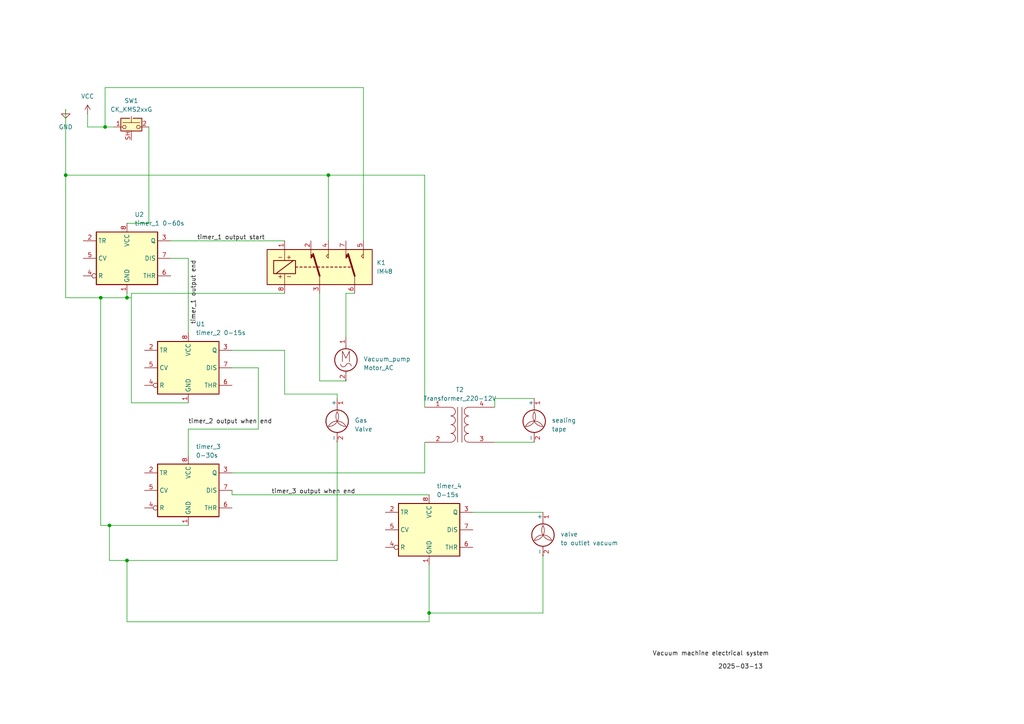
<source format=kicad_sch>
(kicad_sch (version 20231120) (generator "eeschema") (generator_version "8.0")
  (paper "A4")
  (lib_symbols
    (symbol "Device:Transformer_1P_1S" (pin_names (offset 1.016) hide)
      (property "Reference" "T" (at 0 6.35 0))
      (property "Value" "Transformer_1P_1S" (at 0 -7.62 0))
      (symbol "Transformer_1P_1S_0_1"
        (arc (start -2.54 -5.0546) (mid -1.6599 -4.6901) (end -1.27 -3.81))
        (arc (start -2.54 -2.5146) (mid -1.6599 -2.1501) (end -1.27 -1.27))
        (arc (start -2.54 0.0254) (mid -1.6599 0.3899) (end -1.27 1.27))
        (arc (start -2.54 2.5654) (mid -1.6599 2.9299) (end -1.27 3.81))
        (arc (start -1.27 -3.81) (mid -1.642 -2.912) (end -2.54 -2.54))
        (arc (start -1.27 -1.27) (mid -1.642 -0.372) (end -2.54 0))
        (arc (start -1.27 1.27) (mid -1.642 2.168) (end -2.54 2.54))
        (arc (start -1.27 3.81) (mid -1.642 4.708) (end -2.54 5.08))
        (polyline (pts (xy -0.635 5.08) (xy -0.635 -5.08)))
        (polyline (pts (xy 0.635 -5.08) (xy 0.635 5.08)))
        (arc (start 1.2954 -1.27) (mid 1.6599 -2.1501) (end 2.54 -2.5146))
        (arc (start 1.2954 1.27) (mid 1.6599 0.3899) (end 2.54 0.0254))
        (arc (start 1.2954 3.81) (mid 1.6599 2.9299) (end 2.54 2.5654))
        (arc (start 1.3208 -3.81) (mid 1.6853 -4.6901) (end 2.5654 -5.0546))
        (arc (start 2.54 0) (mid 1.642 -0.372) (end 1.2954 -1.27))
        (arc (start 2.54 2.54) (mid 1.642 2.168) (end 1.2954 1.27))
        (arc (start 2.54 5.08) (mid 1.642 4.708) (end 1.2954 3.81))
        (arc (start 2.5654 -2.54) (mid 1.6674 -2.912) (end 1.3208 -3.81))
      )
      (symbol "Transformer_1P_1S_1_1"
        (pin passive line (at -10.16 5.08 0) (length 7.62) (name "AA") (number "1"))
        (pin passive line (at -10.16 -5.08 0) (length 7.62) (name "AB") (number "2"))
        (pin passive line (at 10.16 -5.08 180) (length 7.62) (name "SA") (number "3"))
        (pin passive line (at 10.16 5.08 180) (length 7.62) (name "SB") (number "4"))
      )
    )
    (symbol "Motor:Fan" (pin_names (offset 0))
      (property "Reference" "M" (at 2.54 5.08 0))
      (property "Value" "Fan" (at 2.54 -2.54 0))
      (symbol "Fan_0_1"
        (arc (start -2.54 -0.508) (mid 0.0028 0.9121) (end 0 3.81))
        (polyline (pts (xy 0 -5.08) (xy 0 -4.572)))
        (polyline (pts (xy 0 -2.2352) (xy 0 -2.6416)))
        (polyline (pts (xy 0 4.2672) (xy 0 4.6228)))
        (polyline (pts (xy 0 4.572) (xy 0 5.08)))
        (circle (center 0 1.016) (radius 3.2512) (stroke (width 0.254)))
        (arc (start 0 3.81) (mid 0.053 0.921) (end 2.54 -0.508))
        (arc (start 2.54 -0.508) (mid 0 1.0618) (end -2.54 -0.508))
      )
      (symbol "Fan_1_1"
        (pin passive line (at 0 7.62 270) (length 2.54) (name "+") (number "1"))
        (pin passive line (at 0 -5.08 90) (length 2.54) (name "-") (number "2"))
      )
    )
    (symbol "Motor:Motor_AC" (pin_names (offset 0))
      (property "Reference" "M" (at 2.54 2.54 0))
      (property "Value" "Motor_AC" (at 2.54 -5.08 0))
      (symbol "Motor_AC_0_0"
        (arc (start -1.524 -2.794) (mid -0.8654 -3.5217) (end 0 -3.048))
        (polyline (pts (xy -1.016 -2.032) (xy -1.016 1.016) (xy 0 -1.016) (xy 1.016 1.016) (xy 1.016 -2.032)))
        (arc (start 1.524 -3.302) (mid 0.85 -2.5503) (end 0 -3.048))
      )
      (symbol "Motor_AC_0_1"
        (circle (center 0 -1.524) (radius 3.2512) (stroke (width 0.254)))
        (polyline (pts (xy 0 -7.62) (xy 0 -7.112)))
        (polyline (pts (xy 0 -4.7752) (xy 0 -5.1816)))
        (polyline (pts (xy 0 1.7272) (xy 0 2.0828)))
        (polyline (pts (xy 0 2.032) (xy 0 2.54)))
      )
      (symbol "Motor_AC_1_1"
        (pin passive line (at 0 5.08 270) (length 2.54) (name "~") (number "1"))
        (pin passive line (at 0 -7.62 90) (length 2.54) (name "~") (number "2"))
      )
    )
    (symbol "Relay:IM48"
      (property "Reference" "K" (at 16.51 3.81 0))
      (property "Value" "IM48" (at 16.51 1.27 0))
      (symbol "IM48_0_0"
        (text "+ -" (at -10.16 -2.667 0) (effects (font (size 1.27 1.27))))
        (text "- +" (at -10.16 2.921 0) (effects (font (size 1.27 1.27))))
      )
      (symbol "IM48_0_1"
        (rectangle (start -15.24 5.08) (end 15.24 -5.08) (stroke (width 0.254)) (fill (type background)))
        (rectangle (start -13.335 1.905) (end -6.985 -1.905) (stroke (width 0.254)))
        (polyline (pts (xy -12.7 -1.905) (xy -7.62 1.905)) (stroke (width 0.254)))
        (polyline (pts (xy -10.16 -5.08) (xy -10.16 -1.905)))
        (polyline (pts (xy -10.16 5.08) (xy -10.16 1.905)))
        (polyline (pts (xy -6.985 0) (xy -6.35 0)) (stroke (width 0.254)))
        (polyline (pts (xy -5.715 0) (xy -5.08 0)) (stroke (width 0.254)))
        (polyline (pts (xy -4.445 0) (xy -3.81 0)) (stroke (width 0.254)))
        (polyline (pts (xy -3.175 0) (xy -2.54 0)) (stroke (width 0.254)))
        (polyline (pts (xy -1.905 0) (xy -1.27 0)) (stroke (width 0.254)))
        (polyline (pts (xy -0.635 0) (xy 0 0)) (stroke (width 0.254)))
        (polyline (pts (xy 0 -2.54) (xy -1.905 3.81)) (stroke (width 0.508)))
        (polyline (pts (xy 0 -2.54) (xy 0 -5.08)))
        (polyline (pts (xy 0.635 0) (xy 1.27 0)) (stroke (width 0.254)))
        (polyline (pts (xy 1.905 0) (xy 2.54 0)) (stroke (width 0.254)))
        (polyline (pts (xy 3.175 0) (xy 3.81 0)) (stroke (width 0.254)))
        (polyline (pts (xy 4.445 0) (xy 5.08 0)) (stroke (width 0.254)))
        (polyline (pts (xy 5.715 0) (xy 6.35 0)) (stroke (width 0.254)))
        (polyline (pts (xy 6.985 0) (xy 7.62 0)) (stroke (width 0.254)))
        (polyline (pts (xy 8.255 0) (xy 8.89 0)) (stroke (width 0.254)))
        (polyline (pts (xy 10.16 -2.54) (xy 8.255 3.81)) (stroke (width 0.508)))
        (polyline (pts (xy 10.16 -2.54) (xy 10.16 -5.08)))
        (polyline (pts (xy -2.54 5.08) (xy -2.54 2.54) (xy -1.905 3.175) (xy -2.54 3.81)) (fill (type outline)))
        (polyline (pts (xy 2.54 5.08) (xy 2.54 2.54) (xy 1.905 3.175) (xy 2.54 3.81)))
        (polyline (pts (xy 7.62 5.08) (xy 7.62 2.54) (xy 8.255 3.175) (xy 7.62 3.81)) (fill (type outline)))
        (polyline (pts (xy 12.7 5.08) (xy 12.7 2.54) (xy 12.065 3.175) (xy 12.7 3.81)))
      )
      (symbol "IM48_1_1"
        (pin passive line (at -10.16 7.62 270) (length 2.54) (name "~") (number "1"))
        (pin passive line (at -2.54 7.62 270) (length 2.54) (name "~") (number "2"))
        (pin passive line (at 0 -7.62 90) (length 2.54) (name "~") (number "3"))
        (pin passive line (at 2.54 7.62 270) (length 2.54) (name "~") (number "4"))
        (pin passive line (at 12.7 7.62 270) (length 2.54) (name "~") (number "5"))
        (pin passive line (at 10.16 -7.62 90) (length 2.54) (name "~") (number "6"))
        (pin passive line (at 7.62 7.62 270) (length 2.54) (name "~") (number "7"))
        (pin passive line (at -10.16 -7.62 90) (length 2.54) (name "~") (number "8"))
      )
    )
    (symbol "Switch:CK_KMS2xxG" (pin_names (offset 1.016) hide)
      (property "Reference" "SW" (at 4.318 2.032 0))
      (property "Value" "CK_KMS2xxG" (at 0 4.572 0))
      (symbol "CK_KMS2xxG_0_1"
        (circle (center -2.032 0) (radius 0.508))
        (polyline (pts (xy 0 1.27) (xy 0 3.048)))
        (polyline (pts (xy 2.54 1.27) (xy -2.54 1.27)))
        (polyline (pts (xy 0.508 2.54) (xy 3.048 2.54) (xy 3.048 -1.143) (xy -3.048 -1.143) (xy -3.048 2.54) (xy -0.508 2.54)) (stroke (width -0.0254)))
        (polyline (pts (xy 0.508 2.54) (xy 3.048 2.54) (xy 3.048 -1.143) (xy -3.048 -1.143) (xy -3.048 2.54) (xy -0.508 2.54)) (stroke (width 0.254)))
        (circle (center 2.032 0) (radius 0.508))
        (pin passive line (at -5.08 0 0) (length 2.54) (name "1") (number "1"))
        (pin passive line (at 5.08 0 180) (length 2.54) (name "2") (number "2"))
      )
      (symbol "CK_KMS2xxG_1_1"
        (rectangle (start -3.048 2.54) (end 3.048 -1.27) (stroke (width -0.0254)) (fill (type background)))
        (pin passive line (at 0 -3.81 90) (length 2.54) (name "B") (number "SH"))
      )
    )
    (symbol "Timer:NA555D"
      (property "Reference" "U" (at -10.16 8.89 0))
      (property "Value" "NA555D" (at 2.54 8.89 0))
      (symbol "NA555D_0_0"
        (pin power_in line (at 0 -10.16 90) (length 2.54) (name "GND") (number "1"))
        (pin power_in line (at 0 10.16 270) (length 2.54) (name "VCC") (number "8"))
      )
      (symbol "NA555D_0_1"
        (rectangle (start -8.89 -7.62) (end 8.89 7.62) (stroke (width 0.254)) (fill (type background)))
        (rectangle (start -8.89 -7.62) (end 8.89 7.62) (stroke (width 0.254)) (fill (type background)))
      )
      (symbol "NA555D_1_1"
        (pin input line (at -12.7 5.08 0) (length 3.81) (name "TR") (number "2"))
        (pin output line (at 12.7 5.08 180) (length 3.81) (name "Q") (number "3"))
        (pin input inverted (at -12.7 -5.08 0) (length 3.81) (name "R") (number "4"))
        (pin input line (at -12.7 0 0) (length 3.81) (name "CV") (number "5"))
        (pin input line (at 12.7 -5.08 180) (length 3.81) (name "THR") (number "6"))
        (pin input line (at 12.7 0 180) (length 3.81) (name "DIS") (number "7"))
      )
    )
    (symbol "power:GND" (power) (pin_numbers hide) (pin_names (offset 0) hide)
      (property "Value" "GND" (at 0 -3.81 0))
      (symbol "GND_0_1"
        (polyline (pts (xy 0 0) (xy 0 -1.27) (xy 1.27 -1.27) (xy 0 -2.54) (xy -1.27 -1.27) (xy 0 -1.27)))
      )
      (symbol "GND_1_1"
        (pin power_in line (at 0 0 270) (length 0) (name "~") (number "1"))
      )
    )
    (symbol "power:VCC" (power) (pin_numbers hide) (pin_names (offset 0) hide)
      (property "Value" "VCC" (at 0 3.556 0))
      (symbol "VCC_0_1"
        (polyline (pts (xy -0.762 1.27) (xy 0 2.54)))
        (polyline (pts (xy 0 0) (xy 0 2.54)))
        (polyline (pts (xy 0 2.54) (xy 0.762 1.27)))
      )
      (symbol "VCC_1_1"
        (pin power_in line (at 0 0 90) (length 0) (name "~") (number "1"))
      )
    )
  )
  (junction (at 95.25 50.8))
  (junction (at 30.48 36.83))
  (junction (at 36.83 162.56))
  (junction (at 31.75 152.4))
  (junction (at 36.83 86.36))
  (junction (at 19.05 50.8))
  (junction (at 124.46 177.8))
  (junction (at 29.21 86.36))
  (wire (pts (xy 97.79 114.3) (xy 97.79 115.57)))
  (wire (pts (xy 54.61 152.4) (xy 31.75 152.4)))
  (wire (pts (xy 67.31 137.16) (xy 123.19 137.16)))
  (wire (pts (xy 124.46 180.34) (xy 36.83 180.34)))
  (wire (pts (xy 25.4 36.83) (xy 30.48 36.83)))
  (wire (pts (xy 25.4 33.02) (xy 25.4 36.83)))
  (wire (pts (xy 19.05 86.36) (xy 29.21 86.36)))
  (wire (pts (xy 124.46 163.83) (xy 124.46 177.8)))
  (wire (pts (xy 38.1 116.84) (xy 54.61 116.84)))
  (wire (pts (xy 100.33 97.79) (xy 100.33 85.09)))
  (wire (pts (xy 36.83 85.09) (xy 36.83 86.36)))
  (wire (pts (xy 36.83 86.36) (xy 38.1 86.36)))
  (wire (pts (xy 124.46 143.51) (xy 67.31 143.51)))
  (wire (pts (xy 74.93 124.46) (xy 74.93 106.68)))
  (wire (pts (xy 31.75 152.4) (xy 29.21 152.4)))
  (wire (pts (xy 29.21 86.36) (xy 36.83 86.36)))
  (wire (pts (xy 36.83 180.34) (xy 36.83 162.56)))
  (wire (pts (xy 67.31 101.6) (xy 82.55 101.6)))
  (wire (pts (xy 30.48 36.83) (xy 33.02 36.83)))
  (wire (pts (xy 143.51 115.57) (xy 143.51 118.11)))
  (wire (pts (xy 123.19 137.16) (xy 123.19 128.27)))
  (wire (pts (xy 38.1 85.09) (xy 38.1 116.84)))
  (wire (pts (xy 43.18 36.83) (xy 43.18 64.77)))
  (wire (pts (xy 157.48 177.8) (xy 124.46 177.8)))
  (wire (pts (xy 92.71 85.09) (xy 92.71 110.49)))
  (wire (pts (xy 31.75 162.56) (xy 31.75 152.4)))
  (wire (pts (xy 19.05 50.8) (xy 19.05 86.36)))
  (wire (pts (xy 19.05 31.75) (xy 19.05 50.8)))
  (wire (pts (xy 137.16 148.59) (xy 157.48 148.59)))
  (wire (pts (xy 95.25 50.8) (xy 19.05 50.8)))
  (wire (pts (xy 54.61 74.93) (xy 49.53 74.93)))
  (wire (pts (xy 49.53 69.85) (xy 82.55 69.85)))
  (wire (pts (xy 97.79 128.27) (xy 97.79 162.56)))
  (wire (pts (xy 54.61 96.52) (xy 54.61 74.93)))
  (wire (pts (xy 105.41 69.85) (xy 105.41 25.4)))
  (wire (pts (xy 82.55 85.09) (xy 38.1 85.09)))
  (wire (pts (xy 157.48 161.29) (xy 157.48 177.8)))
  (wire (pts (xy 154.94 115.57) (xy 143.51 115.57)))
  (wire (pts (xy 100.33 85.09) (xy 102.87 85.09)))
  (wire (pts (xy 74.93 106.68) (xy 67.31 106.68)))
  (wire (pts (xy 105.41 25.4) (xy 30.48 25.4)))
  (wire (pts (xy 95.25 69.85) (xy 95.25 50.8)))
  (wire (pts (xy 124.46 177.8) (xy 124.46 180.34)))
  (wire (pts (xy 67.31 143.51) (xy 67.31 142.24)))
  (wire (pts (xy 30.48 25.4) (xy 30.48 36.83)))
  (wire (pts (xy 54.61 124.46) (xy 74.93 124.46)))
  (wire (pts (xy 123.19 50.8) (xy 95.25 50.8)))
  (wire (pts (xy 123.19 118.11) (xy 123.19 50.8)))
  (wire (pts (xy 36.83 162.56) (xy 31.75 162.56)))
  (wire (pts (xy 54.61 132.08) (xy 54.61 124.46)))
  (wire (pts (xy 29.21 86.36) (xy 29.21 152.4)))
  (wire (pts (xy 82.55 114.3) (xy 97.79 114.3)))
  (wire (pts (xy 100.33 110.49) (xy 92.71 110.49)))
  (wire (pts (xy 43.18 64.77) (xy 36.83 64.77)))
  (wire (pts (xy 82.55 101.6) (xy 82.55 114.3)))
  (wire (pts (xy 97.79 162.56) (xy 36.83 162.56)))
  (wire (pts (xy 143.51 128.27) (xy 154.94 128.27)))
  (label "timer_1 output end" (at 57.15 93.98 90))
  (label "timer_2 output when end" (at 54.61 123.19 0))
  (label "timer_3 output when end" (at 78.74 143.51 0))
  (label "2025-03-13" (at 208.28 194.31 0))
  (label "timer_1 output start" (at 57.15 69.85 0))
  (label "Vacuum machine electrical system" (at 189.23 190.5 0))
  (symbol (lib_id "Timer:NA555D") (at 36.83 74.93 0) (unit 1)
    (property "Reference" "U2" (at 39.0241 62.23 0) (effects (justify left)))
    (property "Value" "timer_1 0-60s" (at 39.0241 64.77 0) (effects (justify left)))
    (property "Footprint" "Package_SO:SOIC-8_3.9x4.9mm_P1.27mm" (effects (hide yes)))
    (property "Datasheet" "http://www.ti.com/lit/ds/symlink/ne555.pdf" (effects (hide yes)))
    (property "Description" "Precision Timers, 555 compatible, SOIC-8" (effects (hide yes)))
  )
  (symbol (lib_id "Motor:Fan") (at 157.48 156.21 0) (unit 1)
    (property "Reference" "valve" (at 162.56 154.9399 0) (effects (justify left)))
    (property "Value" "to outlet vacuum" (at 162.56 157.4799 0) (effects (justify left)))
    (property "Description" "Fan" (effects (hide yes)))
  )
  (symbol (lib_id "power:GND") (at 19.05 31.75 0) (unit 1)
    (property "Reference" "#PWR02" (effects (hide yes)))
    (property "Value" "GND" (at 19.05 36.83 0))
    (property "Description" "Power symbol creates a global label with name \"GND\" , ground" (effects (hide yes)))
  )
  (symbol (lib_id "Motor:Fan") (at 97.79 123.19 0) (unit 1)
    (property "Reference" "Gas" (at 102.87 121.9199 0) (effects (justify left)))
    (property "Value" "Valve" (at 102.87 124.4599 0) (effects (justify left)))
    (property "Description" "Fan" (effects (hide yes)))
  )
  (symbol (lib_id "power:VCC") (at 25.4 33.02 0) (unit 1)
    (property "Reference" "#PWR01" (effects (hide yes)))
    (property "Value" "VCC" (at 25.4 27.94 0))
    (property "Description" "Power symbol creates a global label with name \"VCC\"" (effects (hide yes)))
  )
  (symbol (lib_id "Switch:CK_KMS2xxG") (at 38.1 36.83 0) (unit 1)
    (property "Reference" "SW1" (at 38.1 29.21 0))
    (property "Value" "CK_KMS2xxG" (at 38.1 31.75 0))
    (property "Footprint" "Button_Switch_SMD:SW_SPST_CK_KMS2xxGP" (effects (hide yes)))
    (property "Datasheet" "https://www.ckswitches.com/media/1482/kms.pdf" (effects (hide yes)))
    (property "Description" "Microminiature SMT Side Actuated, 4.2 x 2.8 x 1.42mm, without pegs, with shield pin" (effects (hide yes)))
  )
  (symbol (lib_id "Relay:IM48") (at 92.71 77.47 0) (unit 1)
    (property "Reference" "K1" (at 109.22 76.1999 0) (effects (justify left)))
    (property "Value" "IM48" (at 109.22 78.7399 0) (effects (justify left)))
    (property "Datasheet" "http://www.te.com/commerce/DocumentDelivery/DDEController?Action=srchrtrv&DocNm=108-98001&DocType=SS&DocLang=EN" (effects (hide yes)))
    (property "Description" "IM Relay, standard version, bistable, switching current 2/5A, power 60W/62.5VA, voltage 220VDC/250VAC" (effects (hide yes)))
  )
  (symbol (lib_id "Motor:Fan") (at 154.94 123.19 0) (unit 1)
    (property "Reference" "sealing" (at 160.02 121.9199 0) (effects (justify left)))
    (property "Value" "tape" (at 160.02 124.4599 0) (effects (justify left)))
    (property "Description" "Fan" (effects (hide yes)))
  )
  (symbol (lib_id "Motor:Motor_AC") (at 100.33 102.87 0) (unit 1)
    (property "Reference" "Vacuum_pump" (at 105.41 104.1399 0) (effects (justify left)))
    (property "Value" "Motor_AC" (at 105.41 106.6799 0) (effects (justify left)))
    (property "Description" "AC Motor" (effects (hide yes)))
  )
  (symbol (lib_id "Timer:NA555D") (at 54.61 106.68 0) (unit 1)
    (property "Reference" "U1" (at 56.8041 93.98 0) (effects (justify left)))
    (property "Value" "timer_2 0-15s" (at 56.8041 96.52 0) (effects (justify left)))
    (property "Footprint" "Package_SO:SOIC-8_3.9x4.9mm_P1.27mm" (effects (hide yes)))
    (property "Datasheet" "http://www.ti.com/lit/ds/symlink/ne555.pdf" (effects (hide yes)))
    (property "Description" "Precision Timers, 555 compatible, SOIC-8" (effects (hide yes)))
  )
  (symbol (lib_id "Timer:NA555D") (at 124.46 153.67 0) (unit 1)
    (property "Reference" "timer_4" (at 126.6541 140.97 0) (effects (justify left)))
    (property "Value" "0-15s" (at 126.6541 143.51 0) (effects (justify left)))
    (property "Footprint" "Package_SO:SOIC-8_3.9x4.9mm_P1.27mm" (effects (hide yes)))
    (property "Datasheet" "http://www.ti.com/lit/ds/symlink/ne555.pdf" (effects (hide yes)))
    (property "Description" "Precision Timers, 555 compatible, SOIC-8" (effects (hide yes)))
  )
  (symbol (lib_id "Device:Transformer_1P_1S") (at 133.35 123.19 0) (unit 1)
    (property "Reference" "T2" (at 133.3627 113.03 0))
    (property "Value" "Transformer_220-12V" (at 133.3627 115.57 0))
    (property "Description" "Transformer, single primary, single secondary" (effects (hide yes)))
  )
  (symbol (lib_id "Timer:NA555D") (at 54.61 142.24 0) (unit 1)
    (property "Reference" "timer_3" (at 56.8041 129.54 0) (effects (justify left)))
    (property "Value" "0-30s" (at 56.8041 132.08 0) (effects (justify left)))
    (property "Footprint" "Package_SO:SOIC-8_3.9x4.9mm_P1.27mm" (effects (hide yes)))
    (property "Datasheet" "http://www.ti.com/lit/ds/symlink/ne555.pdf" (effects (hide yes)))
    (property "Description" "Precision Timers, 555 compatible, SOIC-8" (effects (hide yes)))
  )
)
</source>
